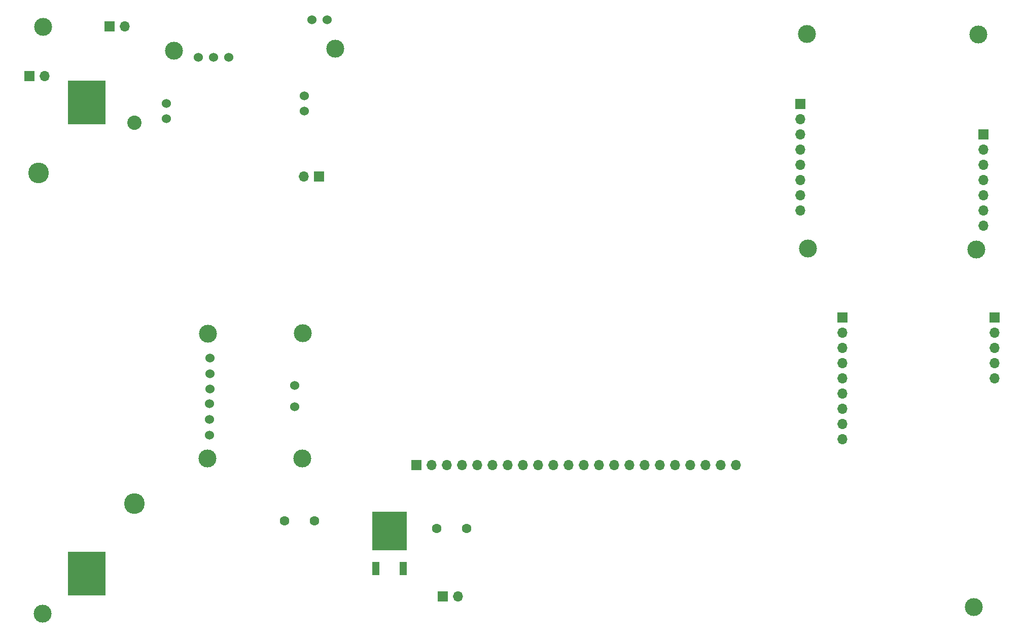
<source format=gts>
%TF.GenerationSoftware,KiCad,Pcbnew,(6.0.9-0)*%
%TF.CreationDate,2022-11-09T23:01:03-06:00*%
%TF.ProjectId,CluePCB,436c7565-5043-4422-9e6b-696361645f70,1*%
%TF.SameCoordinates,Original*%
%TF.FileFunction,Soldermask,Top*%
%TF.FilePolarity,Negative*%
%FSLAX46Y46*%
G04 Gerber Fmt 4.6, Leading zero omitted, Abs format (unit mm)*
G04 Created by KiCad (PCBNEW (6.0.9-0)) date 2022-11-09 23:01:03*
%MOMM*%
%LPD*%
G01*
G04 APERTURE LIST*
%ADD10R,1.700000X1.700000*%
%ADD11O,1.700000X1.700000*%
%ADD12C,3.000000*%
%ADD13C,3.450000*%
%ADD14C,2.390000*%
%ADD15R,6.350000X7.340000*%
%ADD16C,1.524000*%
%ADD17C,1.600000*%
%ADD18R,1.200000X2.200000*%
%ADD19R,5.800000X6.400000*%
G04 APERTURE END LIST*
D10*
%TO.C,U4*%
X128710000Y-115190000D03*
D11*
X131250000Y-115190000D03*
X133790000Y-115190000D03*
X136330000Y-115190000D03*
X138870000Y-115190000D03*
X141410000Y-115190000D03*
X143950000Y-115190000D03*
X146490000Y-115190000D03*
X149030000Y-115190000D03*
X151570000Y-115190000D03*
X154110000Y-115190000D03*
X156650000Y-115190000D03*
X159190000Y-115190000D03*
X161730000Y-115190000D03*
X164270000Y-115190000D03*
X166810000Y-115190000D03*
X169350000Y-115190000D03*
X171890000Y-115190000D03*
X174430000Y-115190000D03*
X176970000Y-115190000D03*
X179510000Y-115190000D03*
X182050000Y-115190000D03*
%TD*%
D12*
%TO.C,H3*%
X221800000Y-138900000D03*
%TD*%
%TO.C,H2*%
X66400000Y-42000000D03*
%TD*%
%TO.C,H1*%
X66300000Y-140000000D03*
%TD*%
D10*
%TO.C,J3*%
X133155000Y-137080000D03*
D11*
X135695000Y-137080000D03*
%TD*%
D13*
%TO.C,BT1*%
X65660000Y-66380000D03*
X81660000Y-121580000D03*
D14*
X81660000Y-58050000D03*
D15*
X73660000Y-54650000D03*
X73660000Y-133310000D03*
%TD*%
D10*
%TO.C,U5*%
X199840000Y-90500000D03*
D11*
X199840000Y-93040000D03*
X199840000Y-95580000D03*
X199840000Y-98120000D03*
X199840000Y-100660000D03*
X199840000Y-103200000D03*
X199840000Y-105740000D03*
X199840000Y-108280000D03*
X199840000Y-110820000D03*
D10*
X225240000Y-90540000D03*
D11*
X225240000Y-93080000D03*
X225240000Y-95620000D03*
X225240000Y-98160000D03*
X225240000Y-100700000D03*
%TD*%
D12*
%TO.C,U6*%
X222510000Y-43307500D03*
X193890000Y-43207500D03*
X222190000Y-79157500D03*
X194080000Y-78997500D03*
D10*
X192850000Y-54857500D03*
D11*
X192850000Y-57397500D03*
X192850000Y-59937500D03*
X192850000Y-62477500D03*
X192850000Y-65017500D03*
X192850000Y-67557500D03*
X192850000Y-70097500D03*
X192850000Y-72637500D03*
D10*
X223390000Y-59967500D03*
D11*
X223390000Y-62507500D03*
X223390000Y-65047500D03*
X223390000Y-67587500D03*
X223390000Y-70127500D03*
X223390000Y-72667500D03*
X223390000Y-75207500D03*
%TD*%
D12*
%TO.C,U2*%
X109660000Y-114070000D03*
X93900000Y-93270000D03*
X93860000Y-114030000D03*
X109780000Y-93130000D03*
D16*
X108360000Y-101840000D03*
X108360000Y-105430000D03*
X94230000Y-97340000D03*
X94270000Y-99950000D03*
X94230000Y-102490000D03*
X94190000Y-104960000D03*
X94190000Y-107570000D03*
X94190000Y-110140000D03*
%TD*%
D10*
%TO.C,J1*%
X64125000Y-50200000D03*
D11*
X66665000Y-50200000D03*
%TD*%
D17*
%TO.C,C1*%
X106720000Y-124460000D03*
X111720000Y-124460000D03*
%TD*%
D12*
%TO.C,U1*%
X115200000Y-45690000D03*
X88240000Y-45980000D03*
D16*
X113810000Y-40800000D03*
X111310000Y-40800000D03*
X97370000Y-47130000D03*
X94830000Y-47130000D03*
X92290000Y-47130000D03*
X86990000Y-54830000D03*
X86990000Y-57340000D03*
X110010000Y-53530000D03*
X110010000Y-56040000D03*
%TD*%
D10*
%TO.C,J2*%
X112475000Y-67000000D03*
D11*
X109935000Y-67000000D03*
%TD*%
D17*
%TO.C,C2*%
X137120000Y-125730000D03*
X132120000Y-125730000D03*
%TD*%
D18*
%TO.C,U3*%
X121925000Y-132435000D03*
D19*
X124205000Y-126135000D03*
D18*
X126485000Y-132435000D03*
%TD*%
D10*
%TO.C,SW1*%
X77470000Y-41910000D03*
D11*
X80010000Y-41910000D03*
%TD*%
M02*

</source>
